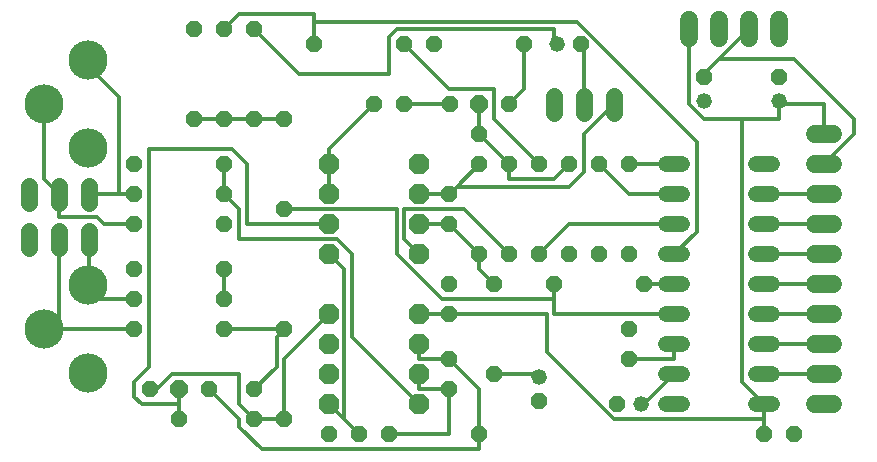
<source format=gtl>
G75*
%MOIN*%
%OFA0B0*%
%FSLAX24Y24*%
%IPPOS*%
%LPD*%
%AMOC8*
5,1,8,0,0,1.08239X$1,22.5*
%
%ADD10OC8,0.0520*%
%ADD11C,0.0520*%
%ADD12OC8,0.0680*%
%ADD13C,0.0560*%
%ADD14C,0.1306*%
%ADD15C,0.0600*%
%ADD16C,0.0520*%
%ADD17OC8,0.0600*%
%ADD18C,0.0120*%
D10*
X008926Y002680D03*
X010906Y002680D03*
X012416Y002680D03*
X012416Y001680D03*
X013416Y001680D03*
X014916Y001180D03*
X015916Y001180D03*
X016916Y001180D03*
X018916Y002680D03*
X020416Y003180D03*
X018916Y003680D03*
X018916Y005180D03*
X018916Y006180D03*
X020416Y006180D03*
X020916Y007180D03*
X021916Y007180D03*
X022916Y007180D03*
X023916Y007180D03*
X024916Y007180D03*
X025416Y006180D03*
X024916Y004680D03*
X024916Y003680D03*
X024516Y002180D03*
X021916Y002280D03*
X019916Y001180D03*
X013416Y004680D03*
X011416Y004680D03*
X011416Y005680D03*
X011416Y006680D03*
X011416Y008180D03*
X011416Y009180D03*
X011416Y010180D03*
X011416Y011680D03*
X012416Y011680D03*
X013416Y011680D03*
X010416Y011680D03*
X008416Y010180D03*
X008416Y009180D03*
X008416Y008180D03*
X008416Y006680D03*
X008416Y005680D03*
X008416Y004680D03*
X009916Y001680D03*
X019916Y007180D03*
X018916Y008180D03*
X018916Y009180D03*
X019916Y010180D03*
X020916Y010180D03*
X021916Y010180D03*
X022916Y010180D03*
X023916Y010180D03*
X024916Y010180D03*
X020906Y012180D03*
X019916Y011180D03*
X018926Y012180D03*
X017416Y012180D03*
X016416Y012180D03*
X017416Y014180D03*
X018416Y014180D03*
X021416Y014180D03*
X023316Y014180D03*
X027416Y013080D03*
X029916Y013080D03*
X022416Y006180D03*
X013416Y008680D03*
X014416Y014180D03*
X012416Y014680D03*
X011416Y014680D03*
X010416Y014680D03*
X029416Y001180D03*
X030416Y001180D03*
D11*
X025316Y002180D03*
X021916Y003080D03*
X027416Y012280D03*
X029916Y012280D03*
X022516Y014180D03*
D12*
X017916Y010180D03*
X017916Y009180D03*
X017916Y008180D03*
X017916Y007180D03*
X014916Y007180D03*
X014916Y008180D03*
X014916Y009180D03*
X014916Y010180D03*
X014916Y005180D03*
X014916Y004180D03*
X014916Y003180D03*
X014916Y002180D03*
X017916Y002180D03*
X017916Y003180D03*
X017916Y004180D03*
X017916Y005180D03*
D13*
X006916Y007400D02*
X006916Y007960D01*
X005916Y007960D02*
X005916Y007400D01*
X004916Y007400D02*
X004916Y007960D01*
X004916Y008900D02*
X004916Y009460D01*
X005916Y009460D02*
X005916Y008900D01*
X006916Y008900D02*
X006916Y009460D01*
X022416Y011900D02*
X022416Y012460D01*
X023416Y012460D02*
X023416Y011900D01*
X024416Y011900D02*
X024416Y012460D01*
D14*
X006872Y003223D03*
X005416Y004680D03*
X006872Y006137D03*
X006872Y010723D03*
X005416Y012180D03*
X006872Y013637D03*
D15*
X026916Y014380D02*
X026916Y014980D01*
X027916Y014980D02*
X027916Y014380D01*
X028916Y014380D02*
X028916Y014980D01*
X029916Y014980D02*
X029916Y014380D01*
X031116Y011180D02*
X031716Y011180D01*
X031716Y010180D02*
X031116Y010180D01*
X031116Y009180D02*
X031716Y009180D01*
X031716Y008180D02*
X031116Y008180D01*
X031116Y007180D02*
X031716Y007180D01*
X031716Y006180D02*
X031116Y006180D01*
X031116Y005180D02*
X031716Y005180D01*
X031716Y004180D02*
X031116Y004180D01*
X031116Y003180D02*
X031716Y003180D01*
X031716Y002180D02*
X031116Y002180D01*
D16*
X029676Y002180D02*
X029156Y002180D01*
X029156Y003180D02*
X029676Y003180D01*
X029676Y004180D02*
X029156Y004180D01*
X029156Y005180D02*
X029676Y005180D01*
X029676Y006180D02*
X029156Y006180D01*
X029156Y007180D02*
X029676Y007180D01*
X029676Y008180D02*
X029156Y008180D01*
X029156Y009180D02*
X029676Y009180D01*
X029676Y010180D02*
X029156Y010180D01*
X026676Y010180D02*
X026156Y010180D01*
X026156Y009180D02*
X026676Y009180D01*
X026676Y008180D02*
X026156Y008180D01*
X026156Y007180D02*
X026676Y007180D01*
X026676Y006180D02*
X026156Y006180D01*
X026156Y005180D02*
X026676Y005180D01*
X026676Y004180D02*
X026156Y004180D01*
X026156Y003180D02*
X026676Y003180D01*
X026676Y002180D02*
X026156Y002180D01*
D17*
X009916Y002680D03*
X019916Y012180D03*
D18*
X019916Y011180D01*
X020916Y010180D01*
X020916Y009680D01*
X022416Y009680D01*
X022916Y010180D01*
X023416Y009930D02*
X022916Y009430D01*
X019166Y009430D01*
X019916Y010180D01*
X019166Y009430D02*
X018916Y009180D01*
X017916Y009180D01*
X017416Y008680D02*
X017416Y007680D01*
X017916Y007180D01*
X017166Y007180D02*
X018666Y005680D01*
X022416Y005680D01*
X022416Y005180D01*
X026416Y005180D01*
X026416Y006180D02*
X025416Y006180D01*
X026416Y007180D02*
X027166Y007930D01*
X027166Y010930D01*
X023166Y014930D01*
X014416Y014930D01*
X014416Y015180D01*
X011916Y015180D01*
X011416Y014680D01*
X012416Y014680D02*
X013916Y013180D01*
X016916Y013180D01*
X016916Y014430D01*
X017166Y014680D01*
X022416Y014680D01*
X022416Y014180D01*
X022516Y014180D01*
X023316Y014180D02*
X023416Y014180D01*
X023416Y012180D01*
X023416Y011180D02*
X024416Y012180D01*
X023416Y011180D02*
X023416Y009930D01*
X023916Y010180D02*
X024916Y009180D01*
X026416Y009180D01*
X026416Y010180D02*
X024916Y010180D01*
X026916Y012180D02*
X027416Y011680D01*
X028666Y011680D01*
X028666Y002930D01*
X029416Y002180D01*
X029416Y001680D01*
X024416Y001680D01*
X022166Y003930D01*
X022166Y005180D01*
X018916Y005180D01*
X017916Y005180D01*
X017916Y004180D02*
X017916Y003680D01*
X018916Y003680D01*
X019916Y002680D01*
X019916Y001180D01*
X019916Y000680D01*
X012666Y000680D01*
X011916Y001430D01*
X011916Y001680D01*
X010916Y002680D01*
X010906Y002680D01*
X009916Y002680D02*
X009916Y002180D01*
X008666Y002180D01*
X008416Y002430D01*
X008416Y002930D01*
X008916Y003430D01*
X008916Y010680D01*
X011666Y010680D01*
X012166Y010180D01*
X012166Y008180D01*
X014916Y008180D01*
X015166Y007680D02*
X011916Y007680D01*
X011916Y008680D01*
X011416Y009180D01*
X011416Y010180D01*
X011416Y011680D02*
X010416Y011680D01*
X011416Y011680D02*
X012416Y011680D01*
X013416Y011680D01*
X014916Y010680D02*
X014916Y010180D01*
X014916Y009180D01*
X013416Y008680D02*
X017166Y008680D01*
X017166Y007180D01*
X015666Y007180D02*
X015166Y007680D01*
X014916Y007180D02*
X015416Y006680D01*
X015416Y001680D01*
X015916Y001180D01*
X015416Y001680D02*
X014916Y002180D01*
X013416Y001680D02*
X013416Y003680D01*
X014916Y005180D01*
X015666Y004430D02*
X015666Y007180D01*
X017916Y008180D02*
X018916Y008180D01*
X019916Y007180D01*
X019916Y006680D01*
X020416Y006180D01*
X020916Y007180D02*
X019416Y008680D01*
X017416Y008680D01*
X014916Y010680D02*
X016416Y012180D01*
X017416Y012180D02*
X018926Y012180D01*
X018916Y012680D02*
X020416Y012680D01*
X020416Y011680D01*
X021916Y010180D01*
X022916Y008180D02*
X026416Y008180D01*
X029416Y008180D02*
X031416Y008180D01*
X031416Y007180D02*
X029416Y007180D01*
X029416Y006180D02*
X031416Y006180D01*
X031416Y005180D02*
X029416Y005180D01*
X029416Y004180D02*
X031416Y004180D01*
X031416Y003180D02*
X029416Y003180D01*
X029416Y001680D02*
X029416Y001180D01*
X026416Y003180D02*
X025416Y002180D01*
X025316Y002180D01*
X024916Y003680D02*
X026416Y003680D01*
X026416Y004180D01*
X022416Y005680D02*
X022416Y006180D01*
X021916Y007180D02*
X022916Y008180D01*
X029416Y009180D02*
X031416Y009180D01*
X031416Y010180D02*
X032416Y011180D01*
X032416Y011680D01*
X030416Y013680D01*
X027916Y013680D01*
X027416Y013180D01*
X027416Y013080D01*
X027916Y013680D02*
X028916Y014680D01*
X026916Y014680D02*
X026916Y012180D01*
X028666Y011680D02*
X029916Y011680D01*
X029916Y012180D01*
X029916Y012280D01*
X029916Y012180D02*
X031416Y012180D01*
X031416Y011180D01*
X021416Y012680D02*
X021416Y014180D01*
X021416Y012680D02*
X020916Y012180D01*
X020906Y012180D01*
X018916Y012680D02*
X017416Y014180D01*
X014416Y014180D02*
X014416Y014930D01*
X007916Y012430D02*
X006916Y013430D01*
X006872Y013637D01*
X007916Y012430D02*
X007916Y009180D01*
X008416Y009180D01*
X007916Y009180D02*
X006916Y009180D01*
X005916Y009180D02*
X005416Y009680D01*
X005416Y012180D01*
X005916Y009180D02*
X005916Y008430D01*
X007166Y008430D01*
X007416Y008180D01*
X008416Y008180D01*
X006916Y007680D02*
X006916Y006180D01*
X006872Y006137D01*
X006916Y005930D01*
X006916Y005680D01*
X008416Y005680D01*
X008416Y004680D02*
X005916Y004680D01*
X005416Y004680D01*
X005916Y004680D02*
X005916Y007680D01*
X011416Y006680D02*
X011416Y005680D01*
X011416Y004680D02*
X013416Y004680D01*
X013166Y004430D01*
X013166Y003430D01*
X012416Y002680D01*
X011916Y002180D02*
X012416Y001680D01*
X013416Y001680D01*
X011916Y002180D02*
X011916Y003180D01*
X009666Y003180D01*
X009166Y002680D01*
X008926Y002680D01*
X009916Y002180D02*
X009916Y001680D01*
X015666Y004430D02*
X017916Y002180D01*
X017916Y002680D02*
X017916Y003180D01*
X017916Y002680D02*
X018916Y002680D01*
X018916Y001180D01*
X016916Y001180D01*
X020416Y003180D02*
X021916Y003180D01*
X021916Y003080D01*
M02*

</source>
